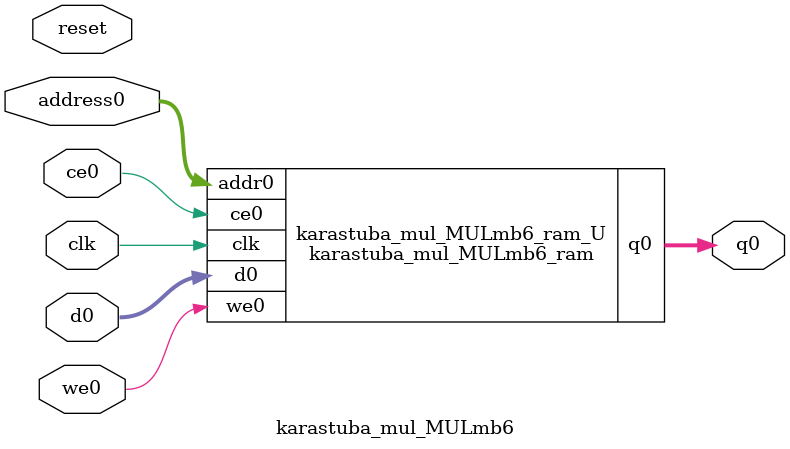
<source format=v>
`timescale 1 ns / 1 ps
module karastuba_mul_MULmb6_ram (addr0, ce0, d0, we0, q0,  clk);

parameter DWIDTH = 32;
parameter AWIDTH = 4;
parameter MEM_SIZE = 16;

input[AWIDTH-1:0] addr0;
input ce0;
input[DWIDTH-1:0] d0;
input we0;
output reg[DWIDTH-1:0] q0;
input clk;

(* ram_style = "distributed" *)reg [DWIDTH-1:0] ram[0:MEM_SIZE-1];




always @(posedge clk)  
begin 
    if (ce0) begin
        if (we0) 
            ram[addr0] <= d0; 
        q0 <= ram[addr0];
    end
end


endmodule

`timescale 1 ns / 1 ps
module karastuba_mul_MULmb6(
    reset,
    clk,
    address0,
    ce0,
    we0,
    d0,
    q0);

parameter DataWidth = 32'd32;
parameter AddressRange = 32'd16;
parameter AddressWidth = 32'd4;
input reset;
input clk;
input[AddressWidth - 1:0] address0;
input ce0;
input we0;
input[DataWidth - 1:0] d0;
output[DataWidth - 1:0] q0;



karastuba_mul_MULmb6_ram karastuba_mul_MULmb6_ram_U(
    .clk( clk ),
    .addr0( address0 ),
    .ce0( ce0 ),
    .we0( we0 ),
    .d0( d0 ),
    .q0( q0 ));

endmodule


</source>
